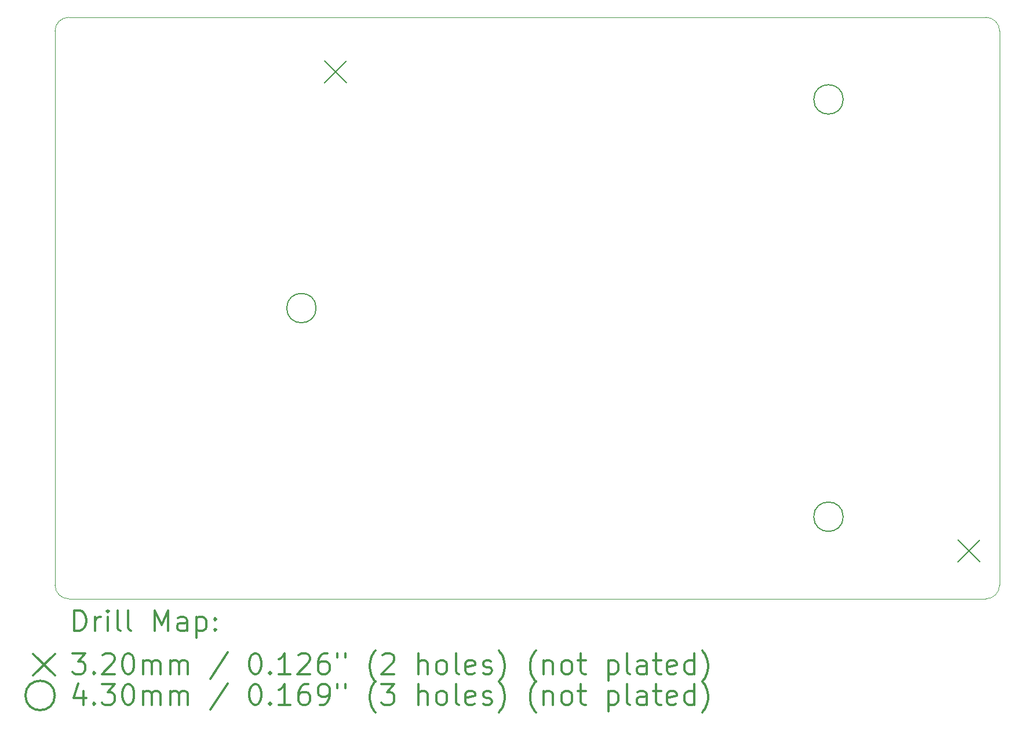
<source format=gbr>
%FSLAX45Y45*%
G04 Gerber Fmt 4.5, Leading zero omitted, Abs format (unit mm)*
G04 Created by KiCad (PCBNEW (5.1.8)-1) date 2021-05-16 02:32:17*
%MOMM*%
%LPD*%
G01*
G04 APERTURE LIST*
%TA.AperFunction,Profile*%
%ADD10C,0.050000*%
%TD*%
%ADD11C,0.200000*%
%ADD12C,0.300000*%
G04 APERTURE END LIST*
D10*
X16000000Y-10300000D02*
G75*
G02*
X15800000Y-10500000I-200000J0D01*
G01*
X15800000Y-2000000D02*
G75*
G02*
X16000000Y-2200000I0J-200000D01*
G01*
X2200000Y-10300000D02*
X2200000Y-2200000D01*
X16000000Y-2200000D02*
X16000000Y-10300000D01*
X2400000Y-10500000D02*
X15800000Y-10500000D01*
X15800000Y-2000000D02*
X2400000Y-2000000D01*
X2400000Y-10500000D02*
G75*
G02*
X2200000Y-10300000I0J200000D01*
G01*
X2200000Y-2200000D02*
G75*
G02*
X2400000Y-2000000I200000J0D01*
G01*
D11*
X6140000Y-2640000D02*
X6460000Y-2960000D01*
X6460000Y-2640000D02*
X6140000Y-2960000D01*
X15390000Y-9640000D02*
X15710000Y-9960000D01*
X15710000Y-9640000D02*
X15390000Y-9960000D01*
X13715000Y-9300000D02*
G75*
G03*
X13715000Y-9300000I-215000J0D01*
G01*
X13715000Y-3200000D02*
G75*
G03*
X13715000Y-3200000I-215000J0D01*
G01*
X6015000Y-6250000D02*
G75*
G03*
X6015000Y-6250000I-215000J0D01*
G01*
D12*
X2483928Y-10968214D02*
X2483928Y-10668214D01*
X2555357Y-10668214D01*
X2598214Y-10682500D01*
X2626786Y-10711072D01*
X2641071Y-10739643D01*
X2655357Y-10796786D01*
X2655357Y-10839643D01*
X2641071Y-10896786D01*
X2626786Y-10925357D01*
X2598214Y-10953929D01*
X2555357Y-10968214D01*
X2483928Y-10968214D01*
X2783928Y-10968214D02*
X2783928Y-10768214D01*
X2783928Y-10825357D02*
X2798214Y-10796786D01*
X2812500Y-10782500D01*
X2841071Y-10768214D01*
X2869643Y-10768214D01*
X2969643Y-10968214D02*
X2969643Y-10768214D01*
X2969643Y-10668214D02*
X2955357Y-10682500D01*
X2969643Y-10696786D01*
X2983928Y-10682500D01*
X2969643Y-10668214D01*
X2969643Y-10696786D01*
X3155357Y-10968214D02*
X3126786Y-10953929D01*
X3112500Y-10925357D01*
X3112500Y-10668214D01*
X3312500Y-10968214D02*
X3283928Y-10953929D01*
X3269643Y-10925357D01*
X3269643Y-10668214D01*
X3655357Y-10968214D02*
X3655357Y-10668214D01*
X3755357Y-10882500D01*
X3855357Y-10668214D01*
X3855357Y-10968214D01*
X4126786Y-10968214D02*
X4126786Y-10811072D01*
X4112500Y-10782500D01*
X4083928Y-10768214D01*
X4026786Y-10768214D01*
X3998214Y-10782500D01*
X4126786Y-10953929D02*
X4098214Y-10968214D01*
X4026786Y-10968214D01*
X3998214Y-10953929D01*
X3983928Y-10925357D01*
X3983928Y-10896786D01*
X3998214Y-10868214D01*
X4026786Y-10853929D01*
X4098214Y-10853929D01*
X4126786Y-10839643D01*
X4269643Y-10768214D02*
X4269643Y-11068214D01*
X4269643Y-10782500D02*
X4298214Y-10768214D01*
X4355357Y-10768214D01*
X4383928Y-10782500D01*
X4398214Y-10796786D01*
X4412500Y-10825357D01*
X4412500Y-10911072D01*
X4398214Y-10939643D01*
X4383928Y-10953929D01*
X4355357Y-10968214D01*
X4298214Y-10968214D01*
X4269643Y-10953929D01*
X4541071Y-10939643D02*
X4555357Y-10953929D01*
X4541071Y-10968214D01*
X4526786Y-10953929D01*
X4541071Y-10939643D01*
X4541071Y-10968214D01*
X4541071Y-10782500D02*
X4555357Y-10796786D01*
X4541071Y-10811072D01*
X4526786Y-10796786D01*
X4541071Y-10782500D01*
X4541071Y-10811072D01*
X1877500Y-11302500D02*
X2197500Y-11622500D01*
X2197500Y-11302500D02*
X1877500Y-11622500D01*
X2455357Y-11298214D02*
X2641071Y-11298214D01*
X2541071Y-11412500D01*
X2583928Y-11412500D01*
X2612500Y-11426786D01*
X2626786Y-11441071D01*
X2641071Y-11469643D01*
X2641071Y-11541071D01*
X2626786Y-11569643D01*
X2612500Y-11583929D01*
X2583928Y-11598214D01*
X2498214Y-11598214D01*
X2469643Y-11583929D01*
X2455357Y-11569643D01*
X2769643Y-11569643D02*
X2783928Y-11583929D01*
X2769643Y-11598214D01*
X2755357Y-11583929D01*
X2769643Y-11569643D01*
X2769643Y-11598214D01*
X2898214Y-11326786D02*
X2912500Y-11312500D01*
X2941071Y-11298214D01*
X3012500Y-11298214D01*
X3041071Y-11312500D01*
X3055357Y-11326786D01*
X3069643Y-11355357D01*
X3069643Y-11383929D01*
X3055357Y-11426786D01*
X2883928Y-11598214D01*
X3069643Y-11598214D01*
X3255357Y-11298214D02*
X3283928Y-11298214D01*
X3312500Y-11312500D01*
X3326786Y-11326786D01*
X3341071Y-11355357D01*
X3355357Y-11412500D01*
X3355357Y-11483929D01*
X3341071Y-11541071D01*
X3326786Y-11569643D01*
X3312500Y-11583929D01*
X3283928Y-11598214D01*
X3255357Y-11598214D01*
X3226786Y-11583929D01*
X3212500Y-11569643D01*
X3198214Y-11541071D01*
X3183928Y-11483929D01*
X3183928Y-11412500D01*
X3198214Y-11355357D01*
X3212500Y-11326786D01*
X3226786Y-11312500D01*
X3255357Y-11298214D01*
X3483928Y-11598214D02*
X3483928Y-11398214D01*
X3483928Y-11426786D02*
X3498214Y-11412500D01*
X3526786Y-11398214D01*
X3569643Y-11398214D01*
X3598214Y-11412500D01*
X3612500Y-11441071D01*
X3612500Y-11598214D01*
X3612500Y-11441071D02*
X3626786Y-11412500D01*
X3655357Y-11398214D01*
X3698214Y-11398214D01*
X3726786Y-11412500D01*
X3741071Y-11441071D01*
X3741071Y-11598214D01*
X3883928Y-11598214D02*
X3883928Y-11398214D01*
X3883928Y-11426786D02*
X3898214Y-11412500D01*
X3926786Y-11398214D01*
X3969643Y-11398214D01*
X3998214Y-11412500D01*
X4012500Y-11441071D01*
X4012500Y-11598214D01*
X4012500Y-11441071D02*
X4026786Y-11412500D01*
X4055357Y-11398214D01*
X4098214Y-11398214D01*
X4126786Y-11412500D01*
X4141071Y-11441071D01*
X4141071Y-11598214D01*
X4726786Y-11283929D02*
X4469643Y-11669643D01*
X5112500Y-11298214D02*
X5141071Y-11298214D01*
X5169643Y-11312500D01*
X5183928Y-11326786D01*
X5198214Y-11355357D01*
X5212500Y-11412500D01*
X5212500Y-11483929D01*
X5198214Y-11541071D01*
X5183928Y-11569643D01*
X5169643Y-11583929D01*
X5141071Y-11598214D01*
X5112500Y-11598214D01*
X5083928Y-11583929D01*
X5069643Y-11569643D01*
X5055357Y-11541071D01*
X5041071Y-11483929D01*
X5041071Y-11412500D01*
X5055357Y-11355357D01*
X5069643Y-11326786D01*
X5083928Y-11312500D01*
X5112500Y-11298214D01*
X5341071Y-11569643D02*
X5355357Y-11583929D01*
X5341071Y-11598214D01*
X5326786Y-11583929D01*
X5341071Y-11569643D01*
X5341071Y-11598214D01*
X5641071Y-11598214D02*
X5469643Y-11598214D01*
X5555357Y-11598214D02*
X5555357Y-11298214D01*
X5526786Y-11341071D01*
X5498214Y-11369643D01*
X5469643Y-11383929D01*
X5755357Y-11326786D02*
X5769643Y-11312500D01*
X5798214Y-11298214D01*
X5869643Y-11298214D01*
X5898214Y-11312500D01*
X5912500Y-11326786D01*
X5926786Y-11355357D01*
X5926786Y-11383929D01*
X5912500Y-11426786D01*
X5741071Y-11598214D01*
X5926786Y-11598214D01*
X6183928Y-11298214D02*
X6126786Y-11298214D01*
X6098214Y-11312500D01*
X6083928Y-11326786D01*
X6055357Y-11369643D01*
X6041071Y-11426786D01*
X6041071Y-11541071D01*
X6055357Y-11569643D01*
X6069643Y-11583929D01*
X6098214Y-11598214D01*
X6155357Y-11598214D01*
X6183928Y-11583929D01*
X6198214Y-11569643D01*
X6212500Y-11541071D01*
X6212500Y-11469643D01*
X6198214Y-11441071D01*
X6183928Y-11426786D01*
X6155357Y-11412500D01*
X6098214Y-11412500D01*
X6069643Y-11426786D01*
X6055357Y-11441071D01*
X6041071Y-11469643D01*
X6326786Y-11298214D02*
X6326786Y-11355357D01*
X6441071Y-11298214D02*
X6441071Y-11355357D01*
X6883928Y-11712500D02*
X6869643Y-11698214D01*
X6841071Y-11655357D01*
X6826786Y-11626786D01*
X6812500Y-11583929D01*
X6798214Y-11512500D01*
X6798214Y-11455357D01*
X6812500Y-11383929D01*
X6826786Y-11341071D01*
X6841071Y-11312500D01*
X6869643Y-11269643D01*
X6883928Y-11255357D01*
X6983928Y-11326786D02*
X6998214Y-11312500D01*
X7026786Y-11298214D01*
X7098214Y-11298214D01*
X7126786Y-11312500D01*
X7141071Y-11326786D01*
X7155357Y-11355357D01*
X7155357Y-11383929D01*
X7141071Y-11426786D01*
X6969643Y-11598214D01*
X7155357Y-11598214D01*
X7512500Y-11598214D02*
X7512500Y-11298214D01*
X7641071Y-11598214D02*
X7641071Y-11441071D01*
X7626786Y-11412500D01*
X7598214Y-11398214D01*
X7555357Y-11398214D01*
X7526786Y-11412500D01*
X7512500Y-11426786D01*
X7826786Y-11598214D02*
X7798214Y-11583929D01*
X7783928Y-11569643D01*
X7769643Y-11541071D01*
X7769643Y-11455357D01*
X7783928Y-11426786D01*
X7798214Y-11412500D01*
X7826786Y-11398214D01*
X7869643Y-11398214D01*
X7898214Y-11412500D01*
X7912500Y-11426786D01*
X7926786Y-11455357D01*
X7926786Y-11541071D01*
X7912500Y-11569643D01*
X7898214Y-11583929D01*
X7869643Y-11598214D01*
X7826786Y-11598214D01*
X8098214Y-11598214D02*
X8069643Y-11583929D01*
X8055357Y-11555357D01*
X8055357Y-11298214D01*
X8326786Y-11583929D02*
X8298214Y-11598214D01*
X8241071Y-11598214D01*
X8212500Y-11583929D01*
X8198214Y-11555357D01*
X8198214Y-11441071D01*
X8212500Y-11412500D01*
X8241071Y-11398214D01*
X8298214Y-11398214D01*
X8326786Y-11412500D01*
X8341071Y-11441071D01*
X8341071Y-11469643D01*
X8198214Y-11498214D01*
X8455357Y-11583929D02*
X8483928Y-11598214D01*
X8541071Y-11598214D01*
X8569643Y-11583929D01*
X8583928Y-11555357D01*
X8583928Y-11541071D01*
X8569643Y-11512500D01*
X8541071Y-11498214D01*
X8498214Y-11498214D01*
X8469643Y-11483929D01*
X8455357Y-11455357D01*
X8455357Y-11441071D01*
X8469643Y-11412500D01*
X8498214Y-11398214D01*
X8541071Y-11398214D01*
X8569643Y-11412500D01*
X8683928Y-11712500D02*
X8698214Y-11698214D01*
X8726786Y-11655357D01*
X8741071Y-11626786D01*
X8755357Y-11583929D01*
X8769643Y-11512500D01*
X8769643Y-11455357D01*
X8755357Y-11383929D01*
X8741071Y-11341071D01*
X8726786Y-11312500D01*
X8698214Y-11269643D01*
X8683928Y-11255357D01*
X9226786Y-11712500D02*
X9212500Y-11698214D01*
X9183928Y-11655357D01*
X9169643Y-11626786D01*
X9155357Y-11583929D01*
X9141071Y-11512500D01*
X9141071Y-11455357D01*
X9155357Y-11383929D01*
X9169643Y-11341071D01*
X9183928Y-11312500D01*
X9212500Y-11269643D01*
X9226786Y-11255357D01*
X9341071Y-11398214D02*
X9341071Y-11598214D01*
X9341071Y-11426786D02*
X9355357Y-11412500D01*
X9383928Y-11398214D01*
X9426786Y-11398214D01*
X9455357Y-11412500D01*
X9469643Y-11441071D01*
X9469643Y-11598214D01*
X9655357Y-11598214D02*
X9626786Y-11583929D01*
X9612500Y-11569643D01*
X9598214Y-11541071D01*
X9598214Y-11455357D01*
X9612500Y-11426786D01*
X9626786Y-11412500D01*
X9655357Y-11398214D01*
X9698214Y-11398214D01*
X9726786Y-11412500D01*
X9741071Y-11426786D01*
X9755357Y-11455357D01*
X9755357Y-11541071D01*
X9741071Y-11569643D01*
X9726786Y-11583929D01*
X9698214Y-11598214D01*
X9655357Y-11598214D01*
X9841071Y-11398214D02*
X9955357Y-11398214D01*
X9883928Y-11298214D02*
X9883928Y-11555357D01*
X9898214Y-11583929D01*
X9926786Y-11598214D01*
X9955357Y-11598214D01*
X10283928Y-11398214D02*
X10283928Y-11698214D01*
X10283928Y-11412500D02*
X10312500Y-11398214D01*
X10369643Y-11398214D01*
X10398214Y-11412500D01*
X10412500Y-11426786D01*
X10426786Y-11455357D01*
X10426786Y-11541071D01*
X10412500Y-11569643D01*
X10398214Y-11583929D01*
X10369643Y-11598214D01*
X10312500Y-11598214D01*
X10283928Y-11583929D01*
X10598214Y-11598214D02*
X10569643Y-11583929D01*
X10555357Y-11555357D01*
X10555357Y-11298214D01*
X10841071Y-11598214D02*
X10841071Y-11441071D01*
X10826786Y-11412500D01*
X10798214Y-11398214D01*
X10741071Y-11398214D01*
X10712500Y-11412500D01*
X10841071Y-11583929D02*
X10812500Y-11598214D01*
X10741071Y-11598214D01*
X10712500Y-11583929D01*
X10698214Y-11555357D01*
X10698214Y-11526786D01*
X10712500Y-11498214D01*
X10741071Y-11483929D01*
X10812500Y-11483929D01*
X10841071Y-11469643D01*
X10941071Y-11398214D02*
X11055357Y-11398214D01*
X10983928Y-11298214D02*
X10983928Y-11555357D01*
X10998214Y-11583929D01*
X11026786Y-11598214D01*
X11055357Y-11598214D01*
X11269643Y-11583929D02*
X11241071Y-11598214D01*
X11183928Y-11598214D01*
X11155357Y-11583929D01*
X11141071Y-11555357D01*
X11141071Y-11441071D01*
X11155357Y-11412500D01*
X11183928Y-11398214D01*
X11241071Y-11398214D01*
X11269643Y-11412500D01*
X11283928Y-11441071D01*
X11283928Y-11469643D01*
X11141071Y-11498214D01*
X11541071Y-11598214D02*
X11541071Y-11298214D01*
X11541071Y-11583929D02*
X11512500Y-11598214D01*
X11455357Y-11598214D01*
X11426786Y-11583929D01*
X11412500Y-11569643D01*
X11398214Y-11541071D01*
X11398214Y-11455357D01*
X11412500Y-11426786D01*
X11426786Y-11412500D01*
X11455357Y-11398214D01*
X11512500Y-11398214D01*
X11541071Y-11412500D01*
X11655357Y-11712500D02*
X11669643Y-11698214D01*
X11698214Y-11655357D01*
X11712500Y-11626786D01*
X11726786Y-11583929D01*
X11741071Y-11512500D01*
X11741071Y-11455357D01*
X11726786Y-11383929D01*
X11712500Y-11341071D01*
X11698214Y-11312500D01*
X11669643Y-11269643D01*
X11655357Y-11255357D01*
X2197500Y-11912500D02*
G75*
G03*
X2197500Y-11912500I-215000J0D01*
G01*
X2612500Y-11848214D02*
X2612500Y-12048214D01*
X2541071Y-11733929D02*
X2469643Y-11948214D01*
X2655357Y-11948214D01*
X2769643Y-12019643D02*
X2783928Y-12033929D01*
X2769643Y-12048214D01*
X2755357Y-12033929D01*
X2769643Y-12019643D01*
X2769643Y-12048214D01*
X2883928Y-11748214D02*
X3069643Y-11748214D01*
X2969643Y-11862500D01*
X3012500Y-11862500D01*
X3041071Y-11876786D01*
X3055357Y-11891071D01*
X3069643Y-11919643D01*
X3069643Y-11991071D01*
X3055357Y-12019643D01*
X3041071Y-12033929D01*
X3012500Y-12048214D01*
X2926786Y-12048214D01*
X2898214Y-12033929D01*
X2883928Y-12019643D01*
X3255357Y-11748214D02*
X3283928Y-11748214D01*
X3312500Y-11762500D01*
X3326786Y-11776786D01*
X3341071Y-11805357D01*
X3355357Y-11862500D01*
X3355357Y-11933929D01*
X3341071Y-11991071D01*
X3326786Y-12019643D01*
X3312500Y-12033929D01*
X3283928Y-12048214D01*
X3255357Y-12048214D01*
X3226786Y-12033929D01*
X3212500Y-12019643D01*
X3198214Y-11991071D01*
X3183928Y-11933929D01*
X3183928Y-11862500D01*
X3198214Y-11805357D01*
X3212500Y-11776786D01*
X3226786Y-11762500D01*
X3255357Y-11748214D01*
X3483928Y-12048214D02*
X3483928Y-11848214D01*
X3483928Y-11876786D02*
X3498214Y-11862500D01*
X3526786Y-11848214D01*
X3569643Y-11848214D01*
X3598214Y-11862500D01*
X3612500Y-11891071D01*
X3612500Y-12048214D01*
X3612500Y-11891071D02*
X3626786Y-11862500D01*
X3655357Y-11848214D01*
X3698214Y-11848214D01*
X3726786Y-11862500D01*
X3741071Y-11891071D01*
X3741071Y-12048214D01*
X3883928Y-12048214D02*
X3883928Y-11848214D01*
X3883928Y-11876786D02*
X3898214Y-11862500D01*
X3926786Y-11848214D01*
X3969643Y-11848214D01*
X3998214Y-11862500D01*
X4012500Y-11891071D01*
X4012500Y-12048214D01*
X4012500Y-11891071D02*
X4026786Y-11862500D01*
X4055357Y-11848214D01*
X4098214Y-11848214D01*
X4126786Y-11862500D01*
X4141071Y-11891071D01*
X4141071Y-12048214D01*
X4726786Y-11733929D02*
X4469643Y-12119643D01*
X5112500Y-11748214D02*
X5141071Y-11748214D01*
X5169643Y-11762500D01*
X5183928Y-11776786D01*
X5198214Y-11805357D01*
X5212500Y-11862500D01*
X5212500Y-11933929D01*
X5198214Y-11991071D01*
X5183928Y-12019643D01*
X5169643Y-12033929D01*
X5141071Y-12048214D01*
X5112500Y-12048214D01*
X5083928Y-12033929D01*
X5069643Y-12019643D01*
X5055357Y-11991071D01*
X5041071Y-11933929D01*
X5041071Y-11862500D01*
X5055357Y-11805357D01*
X5069643Y-11776786D01*
X5083928Y-11762500D01*
X5112500Y-11748214D01*
X5341071Y-12019643D02*
X5355357Y-12033929D01*
X5341071Y-12048214D01*
X5326786Y-12033929D01*
X5341071Y-12019643D01*
X5341071Y-12048214D01*
X5641071Y-12048214D02*
X5469643Y-12048214D01*
X5555357Y-12048214D02*
X5555357Y-11748214D01*
X5526786Y-11791071D01*
X5498214Y-11819643D01*
X5469643Y-11833929D01*
X5898214Y-11748214D02*
X5841071Y-11748214D01*
X5812500Y-11762500D01*
X5798214Y-11776786D01*
X5769643Y-11819643D01*
X5755357Y-11876786D01*
X5755357Y-11991071D01*
X5769643Y-12019643D01*
X5783928Y-12033929D01*
X5812500Y-12048214D01*
X5869643Y-12048214D01*
X5898214Y-12033929D01*
X5912500Y-12019643D01*
X5926786Y-11991071D01*
X5926786Y-11919643D01*
X5912500Y-11891071D01*
X5898214Y-11876786D01*
X5869643Y-11862500D01*
X5812500Y-11862500D01*
X5783928Y-11876786D01*
X5769643Y-11891071D01*
X5755357Y-11919643D01*
X6069643Y-12048214D02*
X6126786Y-12048214D01*
X6155357Y-12033929D01*
X6169643Y-12019643D01*
X6198214Y-11976786D01*
X6212500Y-11919643D01*
X6212500Y-11805357D01*
X6198214Y-11776786D01*
X6183928Y-11762500D01*
X6155357Y-11748214D01*
X6098214Y-11748214D01*
X6069643Y-11762500D01*
X6055357Y-11776786D01*
X6041071Y-11805357D01*
X6041071Y-11876786D01*
X6055357Y-11905357D01*
X6069643Y-11919643D01*
X6098214Y-11933929D01*
X6155357Y-11933929D01*
X6183928Y-11919643D01*
X6198214Y-11905357D01*
X6212500Y-11876786D01*
X6326786Y-11748214D02*
X6326786Y-11805357D01*
X6441071Y-11748214D02*
X6441071Y-11805357D01*
X6883928Y-12162500D02*
X6869643Y-12148214D01*
X6841071Y-12105357D01*
X6826786Y-12076786D01*
X6812500Y-12033929D01*
X6798214Y-11962500D01*
X6798214Y-11905357D01*
X6812500Y-11833929D01*
X6826786Y-11791071D01*
X6841071Y-11762500D01*
X6869643Y-11719643D01*
X6883928Y-11705357D01*
X6969643Y-11748214D02*
X7155357Y-11748214D01*
X7055357Y-11862500D01*
X7098214Y-11862500D01*
X7126786Y-11876786D01*
X7141071Y-11891071D01*
X7155357Y-11919643D01*
X7155357Y-11991071D01*
X7141071Y-12019643D01*
X7126786Y-12033929D01*
X7098214Y-12048214D01*
X7012500Y-12048214D01*
X6983928Y-12033929D01*
X6969643Y-12019643D01*
X7512500Y-12048214D02*
X7512500Y-11748214D01*
X7641071Y-12048214D02*
X7641071Y-11891071D01*
X7626786Y-11862500D01*
X7598214Y-11848214D01*
X7555357Y-11848214D01*
X7526786Y-11862500D01*
X7512500Y-11876786D01*
X7826786Y-12048214D02*
X7798214Y-12033929D01*
X7783928Y-12019643D01*
X7769643Y-11991071D01*
X7769643Y-11905357D01*
X7783928Y-11876786D01*
X7798214Y-11862500D01*
X7826786Y-11848214D01*
X7869643Y-11848214D01*
X7898214Y-11862500D01*
X7912500Y-11876786D01*
X7926786Y-11905357D01*
X7926786Y-11991071D01*
X7912500Y-12019643D01*
X7898214Y-12033929D01*
X7869643Y-12048214D01*
X7826786Y-12048214D01*
X8098214Y-12048214D02*
X8069643Y-12033929D01*
X8055357Y-12005357D01*
X8055357Y-11748214D01*
X8326786Y-12033929D02*
X8298214Y-12048214D01*
X8241071Y-12048214D01*
X8212500Y-12033929D01*
X8198214Y-12005357D01*
X8198214Y-11891071D01*
X8212500Y-11862500D01*
X8241071Y-11848214D01*
X8298214Y-11848214D01*
X8326786Y-11862500D01*
X8341071Y-11891071D01*
X8341071Y-11919643D01*
X8198214Y-11948214D01*
X8455357Y-12033929D02*
X8483928Y-12048214D01*
X8541071Y-12048214D01*
X8569643Y-12033929D01*
X8583928Y-12005357D01*
X8583928Y-11991071D01*
X8569643Y-11962500D01*
X8541071Y-11948214D01*
X8498214Y-11948214D01*
X8469643Y-11933929D01*
X8455357Y-11905357D01*
X8455357Y-11891071D01*
X8469643Y-11862500D01*
X8498214Y-11848214D01*
X8541071Y-11848214D01*
X8569643Y-11862500D01*
X8683928Y-12162500D02*
X8698214Y-12148214D01*
X8726786Y-12105357D01*
X8741071Y-12076786D01*
X8755357Y-12033929D01*
X8769643Y-11962500D01*
X8769643Y-11905357D01*
X8755357Y-11833929D01*
X8741071Y-11791071D01*
X8726786Y-11762500D01*
X8698214Y-11719643D01*
X8683928Y-11705357D01*
X9226786Y-12162500D02*
X9212500Y-12148214D01*
X9183928Y-12105357D01*
X9169643Y-12076786D01*
X9155357Y-12033929D01*
X9141071Y-11962500D01*
X9141071Y-11905357D01*
X9155357Y-11833929D01*
X9169643Y-11791071D01*
X9183928Y-11762500D01*
X9212500Y-11719643D01*
X9226786Y-11705357D01*
X9341071Y-11848214D02*
X9341071Y-12048214D01*
X9341071Y-11876786D02*
X9355357Y-11862500D01*
X9383928Y-11848214D01*
X9426786Y-11848214D01*
X9455357Y-11862500D01*
X9469643Y-11891071D01*
X9469643Y-12048214D01*
X9655357Y-12048214D02*
X9626786Y-12033929D01*
X9612500Y-12019643D01*
X9598214Y-11991071D01*
X9598214Y-11905357D01*
X9612500Y-11876786D01*
X9626786Y-11862500D01*
X9655357Y-11848214D01*
X9698214Y-11848214D01*
X9726786Y-11862500D01*
X9741071Y-11876786D01*
X9755357Y-11905357D01*
X9755357Y-11991071D01*
X9741071Y-12019643D01*
X9726786Y-12033929D01*
X9698214Y-12048214D01*
X9655357Y-12048214D01*
X9841071Y-11848214D02*
X9955357Y-11848214D01*
X9883928Y-11748214D02*
X9883928Y-12005357D01*
X9898214Y-12033929D01*
X9926786Y-12048214D01*
X9955357Y-12048214D01*
X10283928Y-11848214D02*
X10283928Y-12148214D01*
X10283928Y-11862500D02*
X10312500Y-11848214D01*
X10369643Y-11848214D01*
X10398214Y-11862500D01*
X10412500Y-11876786D01*
X10426786Y-11905357D01*
X10426786Y-11991071D01*
X10412500Y-12019643D01*
X10398214Y-12033929D01*
X10369643Y-12048214D01*
X10312500Y-12048214D01*
X10283928Y-12033929D01*
X10598214Y-12048214D02*
X10569643Y-12033929D01*
X10555357Y-12005357D01*
X10555357Y-11748214D01*
X10841071Y-12048214D02*
X10841071Y-11891071D01*
X10826786Y-11862500D01*
X10798214Y-11848214D01*
X10741071Y-11848214D01*
X10712500Y-11862500D01*
X10841071Y-12033929D02*
X10812500Y-12048214D01*
X10741071Y-12048214D01*
X10712500Y-12033929D01*
X10698214Y-12005357D01*
X10698214Y-11976786D01*
X10712500Y-11948214D01*
X10741071Y-11933929D01*
X10812500Y-11933929D01*
X10841071Y-11919643D01*
X10941071Y-11848214D02*
X11055357Y-11848214D01*
X10983928Y-11748214D02*
X10983928Y-12005357D01*
X10998214Y-12033929D01*
X11026786Y-12048214D01*
X11055357Y-12048214D01*
X11269643Y-12033929D02*
X11241071Y-12048214D01*
X11183928Y-12048214D01*
X11155357Y-12033929D01*
X11141071Y-12005357D01*
X11141071Y-11891071D01*
X11155357Y-11862500D01*
X11183928Y-11848214D01*
X11241071Y-11848214D01*
X11269643Y-11862500D01*
X11283928Y-11891071D01*
X11283928Y-11919643D01*
X11141071Y-11948214D01*
X11541071Y-12048214D02*
X11541071Y-11748214D01*
X11541071Y-12033929D02*
X11512500Y-12048214D01*
X11455357Y-12048214D01*
X11426786Y-12033929D01*
X11412500Y-12019643D01*
X11398214Y-11991071D01*
X11398214Y-11905357D01*
X11412500Y-11876786D01*
X11426786Y-11862500D01*
X11455357Y-11848214D01*
X11512500Y-11848214D01*
X11541071Y-11862500D01*
X11655357Y-12162500D02*
X11669643Y-12148214D01*
X11698214Y-12105357D01*
X11712500Y-12076786D01*
X11726786Y-12033929D01*
X11741071Y-11962500D01*
X11741071Y-11905357D01*
X11726786Y-11833929D01*
X11712500Y-11791071D01*
X11698214Y-11762500D01*
X11669643Y-11719643D01*
X11655357Y-11705357D01*
M02*

</source>
